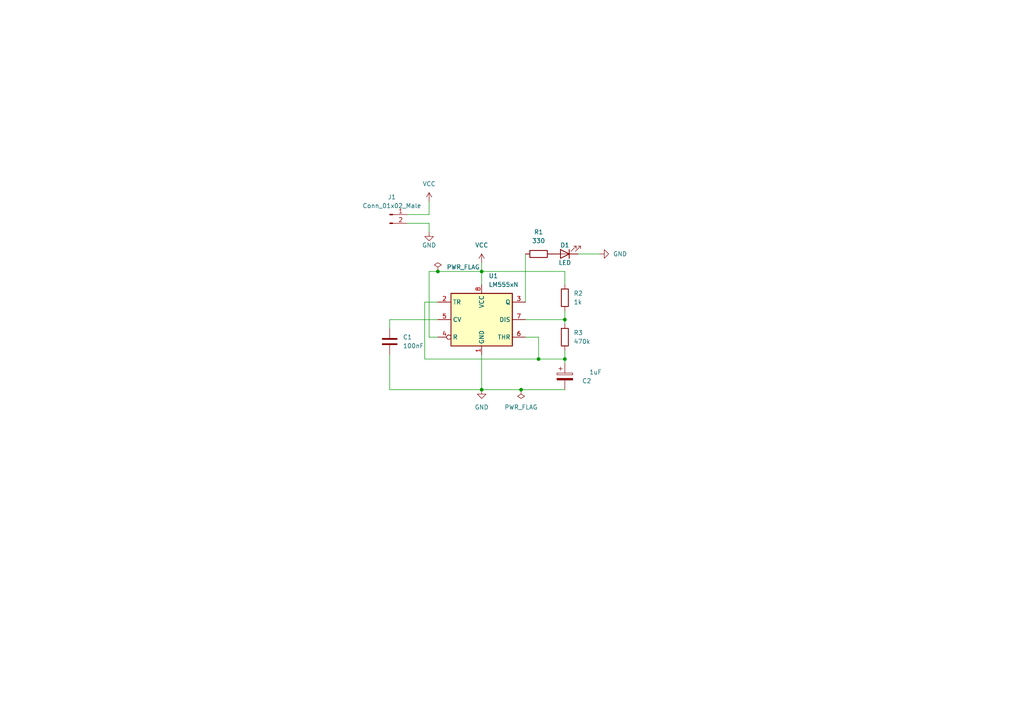
<source format=kicad_sch>
(kicad_sch (version 20211123) (generator eeschema)
  (paper "A4")
  (lib_symbols
    (symbol "Connector:Conn_01x02_Male" (pin_names (offset 1.016) hide)
      (property "Reference" "J" (at 0 2.54 0))
      (property "Value" "Conn_01x02_Male" (at 0 -5.08 0))
      (symbol "Conn_01x02_Male_1_1"
        (polyline (pts (xy 1.27 -2.54) (xy 0.8636 -2.54)) (stroke (width 0.1524)))
        (polyline (pts (xy 1.27 0) (xy 0.8636 0)) (stroke (width 0.1524)))
        (rectangle (start 0.8636 -2.413) (end 0 -2.667) (stroke (width 0.1524)) (fill (type outline)))
        (rectangle (start 0.8636 0.127) (end 0 -0.127) (stroke (width 0.1524)) (fill (type outline)))
        (pin passive line (at 5.08 0 180) (length 3.81) (name "Pin_1") (number "1"))
        (pin passive line (at 5.08 -2.54 180) (length 3.81) (name "Pin_2") (number "2"))
      )
    )
    (symbol "Device:C" (pin_numbers hide) (pin_names (offset 0.254))
      (property "Reference" "C" (at 0.635 2.54 0))
      (property "Value" "C" (at 0.635 -2.54 0))
      (symbol "C_0_1"
        (polyline (pts (xy -2.032 -0.762) (xy 2.032 -0.762)) (stroke (width 0.508)))
        (polyline (pts (xy -2.032 0.762) (xy 2.032 0.762)) (stroke (width 0.508)))
      )
      (symbol "C_1_1"
        (pin passive line (at 0 3.81 270) (length 2.794) (name "~") (number "1"))
        (pin passive line (at 0 -3.81 90) (length 2.794) (name "~") (number "2"))
      )
    )
    (symbol "Device:C_Polarized" (pin_numbers hide) (pin_names (offset 0.254))
      (property "Reference" "C" (at 0.635 2.54 0))
      (property "Value" "C_Polarized" (at 0.635 -2.54 0))
      (symbol "C_Polarized_0_1"
        (rectangle (start -2.286 0.508) (end 2.286 1.016))
        (polyline (pts (xy -1.778 2.286) (xy -0.762 2.286)))
        (polyline (pts (xy -1.27 2.794) (xy -1.27 1.778)))
        (rectangle (start 2.286 -0.508) (end -2.286 -1.016) (fill (type outline)))
      )
      (symbol "C_Polarized_1_1"
        (pin passive line (at 0 3.81 270) (length 2.794) (name "~") (number "1"))
        (pin passive line (at 0 -3.81 90) (length 2.794) (name "~") (number "2"))
      )
    )
    (symbol "Device:LED" (pin_numbers hide) (pin_names (offset 1.016) hide)
      (property "Reference" "D" (at 0 2.54 0))
      (property "Value" "LED" (at 0 -2.54 0))
      (symbol "LED_0_1"
        (polyline (pts (xy -1.27 -1.27) (xy -1.27 1.27)) (stroke (width 0.254)))
        (polyline (pts (xy -1.27 0) (xy 1.27 0)))
        (polyline (pts (xy 1.27 -1.27) (xy 1.27 1.27) (xy -1.27 0) (xy 1.27 -1.27)) (stroke (width 0.254)))
        (polyline (pts (xy -3.048 -0.762) (xy -4.572 -2.286) (xy -3.81 -2.286) (xy -4.572 -2.286) (xy -4.572 -1.524)))
        (polyline (pts (xy -1.778 -0.762) (xy -3.302 -2.286) (xy -2.54 -2.286) (xy -3.302 -2.286) (xy -3.302 -1.524)))
      )
      (symbol "LED_1_1"
        (pin passive line (at -3.81 0 0) (length 2.54) (name "K") (number "1"))
        (pin passive line (at 3.81 0 180) (length 2.54) (name "A") (number "2"))
      )
    )
    (symbol "Device:R" (pin_numbers hide) (pin_names (offset 0))
      (property "Reference" "R" (at 2.032 0 90))
      (property "Value" "R" (at 0 0 90))
      (symbol "R_0_1"
        (rectangle (start -1.016 -2.54) (end 1.016 2.54) (stroke (width 0.254)))
      )
      (symbol "R_1_1"
        (pin passive line (at 0 3.81 270) (length 1.27) (name "~") (number "1"))
        (pin passive line (at 0 -3.81 90) (length 1.27) (name "~") (number "2"))
      )
    )
    (symbol "Timer:LM555xN"
      (property "Reference" "U" (at -10.16 8.89 0))
      (property "Value" "LM555xN" (at 2.54 8.89 0))
      (symbol "LM555xN_0_0"
        (pin power_in line (at 0 -10.16 90) (length 2.54) (name "GND") (number "1"))
        (pin power_in line (at 0 10.16 270) (length 2.54) (name "VCC") (number "8"))
      )
      (symbol "LM555xN_0_1"
        (rectangle (start -8.89 -7.62) (end 8.89 7.62) (stroke (width 0.254)) (fill (type background)))
        (rectangle (start -8.89 -7.62) (end 8.89 7.62) (stroke (width 0.254)) (fill (type background)))
      )
      (symbol "LM555xN_1_1"
        (pin input line (at -12.7 5.08 0) (length 3.81) (name "TR") (number "2"))
        (pin output line (at 12.7 5.08 180) (length 3.81) (name "Q") (number "3"))
        (pin input inverted (at -12.7 -5.08 0) (length 3.81) (name "R") (number "4"))
        (pin input line (at -12.7 0 0) (length 3.81) (name "CV") (number "5"))
        (pin input line (at 12.7 -5.08 180) (length 3.81) (name "THR") (number "6"))
        (pin input line (at 12.7 0 180) (length 3.81) (name "DIS") (number "7"))
      )
    )
    (symbol "power:GND" (power) (pin_names (offset 0))
      (property "Value" "GND" (at 0 -3.81 0))
      (symbol "GND_0_1"
        (polyline (pts (xy 0 0) (xy 0 -1.27) (xy 1.27 -1.27) (xy 0 -2.54) (xy -1.27 -1.27) (xy 0 -1.27)))
      )
      (symbol "GND_1_1"
        (pin power_in line (at 0 0 270) (length 0) hide (name "GND") (number "1"))
      )
    )
    (symbol "power:PWR_FLAG" (power) (pin_numbers hide) (pin_names (offset 0) hide)
      (property "Value" "PWR_FLAG" (at 0 3.81 0))
      (symbol "PWR_FLAG_0_0"
        (pin power_out line (at 0 0 90) (length 0) (name "pwr") (number "1"))
      )
      (symbol "PWR_FLAG_0_1"
        (polyline (pts (xy 0 0) (xy 0 1.27) (xy -1.016 1.905) (xy 0 2.54) (xy 1.016 1.905) (xy 0 1.27)))
      )
    )
    (symbol "power:VCC" (power) (pin_names (offset 0))
      (property "Value" "VCC" (at 0 3.81 0))
      (symbol "VCC_0_1"
        (polyline (pts (xy -0.762 1.27) (xy 0 2.54)))
        (polyline (pts (xy 0 0) (xy 0 2.54)))
        (polyline (pts (xy 0 2.54) (xy 0.762 1.27)))
      )
      (symbol "VCC_1_1"
        (pin power_in line (at 0 0 90) (length 0) hide (name "VCC") (number "1"))
      )
    )
  )
  (junction (at 163.83 104.14))
  (junction (at 139.7 78.74))
  (junction (at 156.21 104.14))
  (junction (at 139.7 113.03))
  (junction (at 127 78.74))
  (junction (at 151.13 113.03))
  (junction (at 163.83 92.71))
  (wire (pts (xy 123.19 104.14) (xy 123.19 87.63)))
  (wire (pts (xy 156.21 97.79) (xy 156.21 104.14)))
  (wire (pts (xy 124.46 97.79) (xy 124.46 78.74)))
  (wire (pts (xy 113.03 113.03) (xy 139.7 113.03)))
  (wire (pts (xy 152.4 73.66) (xy 152.4 87.63)))
  (wire (pts (xy 127 97.79) (xy 124.46 97.79)))
  (wire (pts (xy 163.83 104.14) (xy 163.83 101.6)))
  (wire (pts (xy 124.46 62.23) (xy 124.46 58.42)))
  (wire (pts (xy 139.7 113.03) (xy 151.13 113.03)))
  (wire (pts (xy 118.11 62.23) (xy 124.46 62.23)))
  (wire (pts (xy 151.13 113.03) (xy 163.83 113.03)))
  (wire (pts (xy 118.11 64.77) (xy 124.46 64.77)))
  (wire (pts (xy 152.4 97.79) (xy 156.21 97.79)))
  (wire (pts (xy 152.4 92.71) (xy 163.83 92.71)))
  (wire (pts (xy 124.46 64.77) (xy 124.46 67.31)))
  (wire (pts (xy 156.21 104.14) (xy 163.83 104.14)))
  (wire (pts (xy 124.46 78.74) (xy 127 78.74)))
  (wire (pts (xy 127 78.74) (xy 139.7 78.74)))
  (wire (pts (xy 139.7 102.87) (xy 139.7 113.03)))
  (wire (pts (xy 173.99 73.66) (xy 167.64 73.66)))
  (wire (pts (xy 113.03 92.71) (xy 113.03 95.25)))
  (wire (pts (xy 163.83 93.98) (xy 163.83 92.71)))
  (wire (pts (xy 113.03 102.87) (xy 113.03 113.03)))
  (wire (pts (xy 163.83 78.74) (xy 163.83 82.55)))
  (wire (pts (xy 139.7 76.2) (xy 139.7 78.74)))
  (wire (pts (xy 139.7 78.74) (xy 163.83 78.74)))
  (wire (pts (xy 163.83 92.71) (xy 163.83 90.17)))
  (wire (pts (xy 127 92.71) (xy 113.03 92.71)))
  (wire (pts (xy 139.7 78.74) (xy 139.7 82.55)))
  (wire (pts (xy 163.83 105.41) (xy 163.83 104.14)))
  (wire (pts (xy 156.21 104.14) (xy 123.19 104.14)))
  (wire (pts (xy 123.19 87.63) (xy 127 87.63)))
  (symbol (lib_id "Device:C") (at 113.03 99.06 0) (unit 1)
    (property "Reference" "C1" (at 116.84 97.7899 0) (effects (justify left)))
    (property "Value" "100nF" (at 116.84 100.3299 0) (effects (justify left)))
    (property "Footprint" "Capacitor_THT:C_Disc_D3.0mm_W1.6mm_P2.50mm" (effects hide))
  )
  (symbol (lib_id "power:PWR_FLAG") (at 151.13 113.03 180) (unit 1)
    (property "Reference" "#FLG0101" (effects hide))
    (property "Value" "PWR_FLAG" (at 151.13 118.11 0))
  )
  (symbol (lib_id "power:GND") (at 173.99 73.66 90) (unit 1)
    (property "Reference" "#PWR0101" (effects hide))
    (property "Value" "GND" (at 177.8 73.6599 90) (effects (justify right)))
  )
  (symbol (lib_id "power:GND") (at 124.46 67.31 0) (unit 1)
    (property "Reference" "#PWR0103" (effects hide))
    (property "Value" "GND" (at 124.46 71.12 0))
  )
  (symbol (lib_id "power:VCC") (at 124.46 58.42 0) (unit 1)
    (property "Reference" "#PWR0102" (effects hide))
    (property "Value" "VCC" (at 124.46 53.34 0))
  )
  (symbol (lib_id "Device:R") (at 163.83 97.79 0) (unit 1)
    (property "Reference" "R3" (at 166.37 96.5199 0) (effects (justify left)))
    (property "Value" "470k" (at 166.37 99.0599 0) (effects (justify left)))
    (property "Footprint" "Resistor_THT:R_Axial_DIN0204_L3.6mm_D1.6mm_P7.62mm_Horizontal" (effects hide))
  )
  (symbol (lib_id "power:GND") (at 139.7 113.03 0) (unit 1)
    (property "Reference" "#PWR0105" (effects hide))
    (property "Value" "GND" (at 139.7 118.11 0))
  )
  (symbol (lib_id "Device:R") (at 163.83 86.36 0) (unit 1)
    (property "Reference" "R2" (at 166.37 85.0899 0) (effects (justify left)))
    (property "Value" "1k" (at 166.37 87.6299 0) (effects (justify left)))
    (property "Footprint" "Resistor_THT:R_Axial_DIN0204_L3.6mm_D1.6mm_P7.62mm_Horizontal" (effects hide))
  )
  (symbol (lib_id "Timer:LM555xN") (at 139.7 92.71 0) (unit 1)
    (property "Reference" "U1" (at 141.7194 80.01 0) (effects (justify left)))
    (property "Value" "LM555xN" (at 141.7194 82.55 0) (effects (justify left)))
    (property "Footprint" "Package_DIP:DIP-8_W7.62mm" (effects hide))
    (property "Datasheet" "http://www.ti.com/lit/ds/symlink/lm555.pdf" (effects hide))
  )
  (symbol (lib_id "Device:R") (at 156.21 73.66 90) (unit 1)
    (property "Reference" "R1" (at 156.21 67.31 90))
    (property "Value" "330" (at 156.21 69.85 90))
    (property "Footprint" "Resistor_THT:R_Axial_DIN0204_L3.6mm_D1.6mm_P7.62mm_Horizontal" (effects hide))
  )
  (symbol (lib_id "Device:LED") (at 163.83 73.66 180) (unit 1)
    (property "Reference" "D1" (at 163.83 71.12 0))
    (property "Value" "LED" (at 163.83 76.2 0))
    (property "Footprint" "LED_THT:LED_D3.0mm" (effects hide))
  )
  (symbol (lib_id "power:PWR_FLAG") (at 127 78.74 0) (unit 1)
    (property "Reference" "#FLG0102" (effects hide))
    (property "Value" "PWR_FLAG" (at 129.54 77.4699 0) (effects (justify left)))
  )
  (symbol (lib_id "power:VCC") (at 139.7 76.2 0) (unit 1)
    (property "Reference" "#PWR0104" (effects hide))
    (property "Value" "VCC" (at 139.7 71.12 0))
  )
  (symbol (lib_id "Connector:Conn_01x02_Male") (at 113.03 62.23 0) (unit 1)
    (property "Reference" "J1" (at 113.665 57.15 0))
    (property "Value" "Conn_01x02_Male" (at 113.665 59.69 0))
    (property "Footprint" "Connector_PinHeader_2.54mm:PinHeader_1x02_P2.54mm_Vertical" (effects hide))
  )
  (symbol (lib_id "Device:C_Polarized") (at 163.83 109.22 0) (unit 1)
    (property "Reference" "C2" (at 170.18 110.49 0))
    (property "Value" "1uF" (at 172.72 107.95 0))
    (property "Footprint" "Capacitor_THT:CP_Radial_D5.0mm_P2.50mm" (effects hide))
  )
)
</source>
